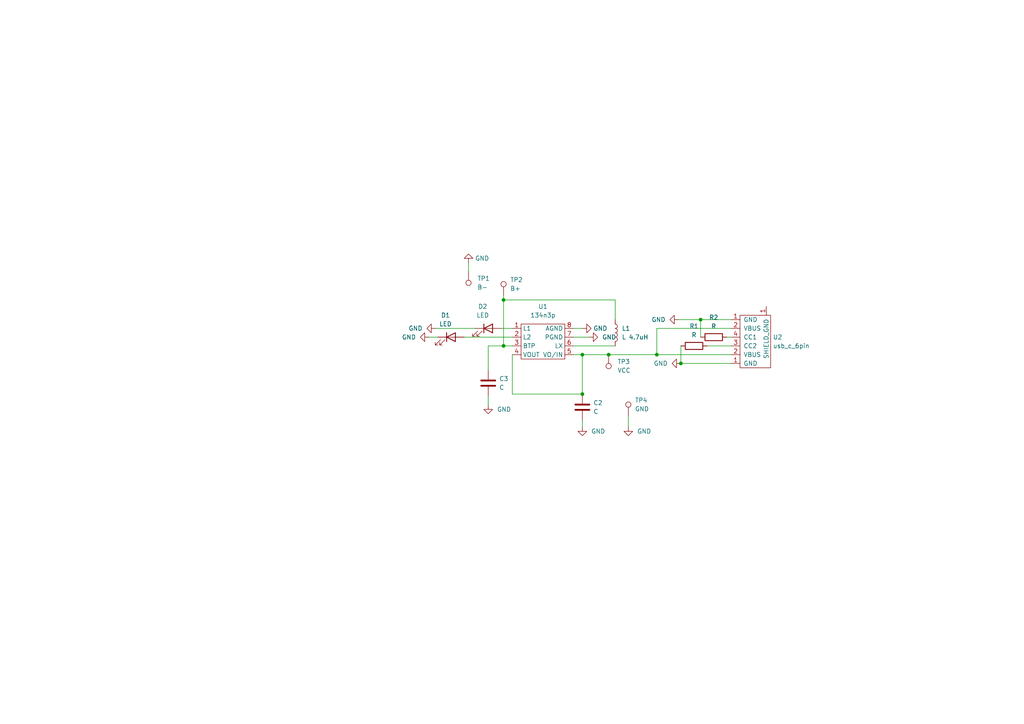
<source format=kicad_sch>
(kicad_sch (version 20211123) (generator eeschema)
  (paper "A4")
  (lib_symbols
    (symbol "134n3p:134n3p"
      (property "Reference" "U" (at 0 6.35 0))
      (property "Value" "134n3p" (at 0 8.89 0))
      (symbol "134n3p_0_1"
        (rectangle (start -6.35 5.08) (end 6.35 -5.08))
      )
      (symbol "134n3p_1_1"
        (pin output line (at -8.89 3.81 0) (length 2.54) (name "L1") (number "1"))
        (pin output line (at -8.89 1.27 0) (length 2.54) (name "L2") (number "2"))
        (pin input line (at -8.89 -1.27 0) (length 2.54) (name "BTP") (number "3"))
        (pin output line (at -8.89 -3.81 0) (length 2.54) (name "VOUT") (number "4"))
        (pin input line (at 8.89 -3.81 180) (length 2.54) (name "VO/IN") (number "5"))
        (pin output line (at 8.89 -1.27 180) (length 2.54) (name "LX") (number "6"))
        (pin output line (at 8.89 1.27 180) (length 2.54) (name "PGND") (number "7"))
        (pin output line (at 8.89 3.81 180) (length 2.54) (name "AGND") (number "8"))
      )
    )
    (symbol "Connector:TestPoint" (pin_numbers hide) (pin_names (offset 0.762) hide)
      (property "Reference" "TP" (at 0 6.858 0))
      (property "Value" "TestPoint" (at 0 5.08 0))
      (symbol "TestPoint_0_1"
        (circle (center 0 3.302) (radius 0.762))
      )
      (symbol "TestPoint_1_1"
        (pin passive line (at 0 0 90) (length 2.54) (name "1") (number "1"))
      )
    )
    (symbol "Device:C" (pin_numbers hide) (pin_names (offset 0.254))
      (property "Reference" "C" (at 0.635 2.54 0))
      (property "Value" "C" (at 0.635 -2.54 0))
      (symbol "C_0_1"
        (polyline (pts (xy -2.032 -0.762) (xy 2.032 -0.762)) (stroke (width 0.508)))
        (polyline (pts (xy -2.032 0.762) (xy 2.032 0.762)) (stroke (width 0.508)))
      )
      (symbol "C_1_1"
        (pin passive line (at 0 3.81 270) (length 2.794) (name "~") (number "1"))
        (pin passive line (at 0 -3.81 90) (length 2.794) (name "~") (number "2"))
      )
    )
    (symbol "Device:L" (pin_numbers hide) (pin_names (offset 1.016) hide)
      (property "Reference" "L" (at -1.27 0 90))
      (property "Value" "L" (at 1.905 0 90))
      (symbol "L_0_1"
        (arc (start 0 -2.54) (mid 0.635 -1.905) (end 0 -1.27))
        (arc (start 0 -1.27) (mid 0.635 -0.635) (end 0 0))
        (arc (start 0 0) (mid 0.635 0.635) (end 0 1.27))
        (arc (start 0 1.27) (mid 0.635 1.905) (end 0 2.54))
      )
      (symbol "L_1_1"
        (pin passive line (at 0 3.81 270) (length 1.27) (name "1") (number "1"))
        (pin passive line (at 0 -3.81 90) (length 1.27) (name "2") (number "2"))
      )
    )
    (symbol "Device:LED" (pin_numbers hide) (pin_names (offset 1.016) hide)
      (property "Reference" "D" (at 0 2.54 0))
      (property "Value" "LED" (at 0 -2.54 0))
      (symbol "LED_0_1"
        (polyline (pts (xy -1.27 -1.27) (xy -1.27 1.27)) (stroke (width 0.254)))
        (polyline (pts (xy -1.27 0) (xy 1.27 0)))
        (polyline (pts (xy 1.27 -1.27) (xy 1.27 1.27) (xy -1.27 0) (xy 1.27 -1.27)) (stroke (width 0.254)))
        (polyline (pts (xy -3.048 -0.762) (xy -4.572 -2.286) (xy -3.81 -2.286) (xy -4.572 -2.286) (xy -4.572 -1.524)))
        (polyline (pts (xy -1.778 -0.762) (xy -3.302 -2.286) (xy -2.54 -2.286) (xy -3.302 -2.286) (xy -3.302 -1.524)))
      )
      (symbol "LED_1_1"
        (pin passive line (at -3.81 0 0) (length 2.54) (name "K") (number "1"))
        (pin passive line (at 3.81 0 180) (length 2.54) (name "A") (number "2"))
      )
    )
    (symbol "Device:R" (pin_numbers hide) (pin_names (offset 0))
      (property "Reference" "R" (at 2.032 0 90))
      (property "Value" "R" (at 0 0 90))
      (symbol "R_0_1"
        (rectangle (start -1.016 -2.54) (end 1.016 2.54) (stroke (width 0.254)))
      )
      (symbol "R_1_1"
        (pin passive line (at 0 3.81 270) (length 1.27) (name "~") (number "1"))
        (pin passive line (at 0 -3.81 90) (length 1.27) (name "~") (number "2"))
      )
    )
    (symbol "power:GND" (power) (pin_names (offset 0))
      (property "Value" "GND" (at 0 -3.81 0))
      (symbol "GND_0_1"
        (polyline (pts (xy 0 0) (xy 0 -1.27) (xy 1.27 -1.27) (xy 0 -2.54) (xy -1.27 -1.27) (xy 0 -1.27)))
      )
      (symbol "GND_1_1"
        (pin power_in line (at 0 0 270) (length 0) hide (name "GND") (number "1"))
      )
    )
    (symbol "usb_c_6_pin:usb_c_6pin" (pin_names (offset 1.016))
      (property "Reference" "U" (at -8.89 -3.81 90))
      (property "Value" "usb_c_6pin" (at 0 -11.43 0))
      (symbol "usb_c_6pin_0_1"
        (rectangle (start -7.62 0) (end 7.62 -8.89))
      )
      (symbol "usb_c_6pin_1_1"
        (pin input line (at -6.35 2.54 270) (length 2.54) (name "GND") (number "1"))
        (pin input line (at 6.35 2.54 270) (length 2.54) (name "GND") (number "1"))
        (pin input line (at 10.16 -7.62 180) (length 2.54) (name "SHIELD_GND") (number "1"))
        (pin input line (at -3.81 2.54 270) (length 2.54) (name "VBUS") (number "2"))
        (pin input line (at 3.81 2.54 270) (length 2.54) (name "VBUS") (number "2"))
        (pin input line (at -1.27 2.54 270) (length 2.54) (name "CC2") (number "3"))
        (pin input line (at 1.27 2.54 270) (length 2.54) (name "CC1") (number "4"))
      )
    )
  )
  (junction (at 168.91 102.87))
  (junction (at 168.91 114.3))
  (junction (at 190.5 102.87))
  (junction (at 146.05 100.33))
  (junction (at 203.2 92.71))
  (junction (at 176.53 102.87))
  (junction (at 146.05 86.995))
  (junction (at 197.485 105.41))
  (wire (pts (xy 126.365 95.25) (xy 137.795 95.25)))
  (wire (pts (xy 148.59 100.33) (xy 146.05 100.33)))
  (wire (pts (xy 166.37 97.79) (xy 170.815 97.79)))
  (wire (pts (xy 190.5 95.25) (xy 190.5 102.87)))
  (wire (pts (xy 135.89 76.2) (xy 135.89 78.74)))
  (wire (pts (xy 178.435 86.995) (xy 146.05 86.995)))
  (wire (pts (xy 166.37 95.25) (xy 168.91 95.25)))
  (wire (pts (xy 148.59 114.3) (xy 168.91 114.3)))
  (wire (pts (xy 166.37 100.33) (xy 178.435 100.33)))
  (wire (pts (xy 145.415 95.25) (xy 148.59 95.25)))
  (wire (pts (xy 134.62 97.79) (xy 148.59 97.79)))
  (wire (pts (xy 166.37 102.87) (xy 168.91 102.87)))
  (wire (pts (xy 178.435 92.71) (xy 178.435 86.995)))
  (wire (pts (xy 182.245 120.65) (xy 182.245 123.825)))
  (wire (pts (xy 168.91 121.92) (xy 168.91 123.825)))
  (wire (pts (xy 205.105 100.33) (xy 212.09 100.33)))
  (wire (pts (xy 203.2 92.71) (xy 203.2 97.79)))
  (wire (pts (xy 146.05 86.995) (xy 146.05 100.33)))
  (wire (pts (xy 176.53 102.87) (xy 190.5 102.87)))
  (wire (pts (xy 141.605 114.935) (xy 141.605 117.475)))
  (wire (pts (xy 203.2 92.71) (xy 212.09 92.71)))
  (wire (pts (xy 168.91 102.87) (xy 176.53 102.87)))
  (wire (pts (xy 212.09 95.25) (xy 190.5 95.25)))
  (wire (pts (xy 190.5 102.87) (xy 212.09 102.87)))
  (wire (pts (xy 146.05 85.725) (xy 146.05 86.995)))
  (wire (pts (xy 210.82 97.79) (xy 212.09 97.79)))
  (wire (pts (xy 197.485 105.41) (xy 212.09 105.41)))
  (wire (pts (xy 141.605 100.33) (xy 146.05 100.33)))
  (wire (pts (xy 196.85 92.71) (xy 203.2 92.71)))
  (wire (pts (xy 148.59 102.87) (xy 148.59 114.3)))
  (wire (pts (xy 168.91 114.3) (xy 168.91 102.87)))
  (wire (pts (xy 124.46 97.79) (xy 127 97.79)))
  (wire (pts (xy 141.605 100.33) (xy 141.605 107.315)))
  (wire (pts (xy 197.485 100.33) (xy 197.485 105.41)))
  (symbol (lib_id "Connector:TestPoint") (at 176.53 102.87 180) (unit 1)
    (property "Reference" "TP3" (at 179.07 104.9019 0) (effects (justify right)))
    (property "Value" "VCC" (at 179.07 107.4419 0) (effects (justify right)))
    (property "Footprint" "custom_connectors:1mm_test_point_square" (effects hide))
  )
  (symbol (lib_id "power:GND") (at 170.815 97.79 90) (unit 1)
    (property "Reference" "#PWR0110" (effects hide))
    (property "Value" "GND" (at 174.625 97.7899 90) (effects (justify right)))
  )
  (symbol (lib_id "power:GND") (at 168.91 95.25 90) (unit 1)
    (property "Reference" "#PWR0109" (effects hide))
    (property "Value" "GND" (at 172.085 95.2499 90) (effects (justify right)))
  )
  (symbol (lib_id "Device:C") (at 168.91 118.11 180) (unit 1)
    (property "Reference" "C2" (at 172.085 116.8399 0) (effects (justify right)))
    (property "Value" "C" (at 172.085 119.3799 0) (effects (justify right)))
    (property "Footprint" "Capacitor_SMD:C_0603_1608Metric_Pad1.08x0.95mm_HandSolder" (effects hide))
  )
  (symbol (lib_id "Connector:TestPoint") (at 135.89 78.74 180) (unit 1)
    (property "Reference" "TP1" (at 138.43 80.7719 0) (effects (justify right)))
    (property "Value" "B-" (at 138.43 83.3119 0) (effects (justify right)))
    (property "Footprint" "custom_connectors:1mm_test_point_square" (effects hide))
  )
  (symbol (lib_id "134n3p:134n3p") (at 157.48 99.06 0) (unit 1)
    (property "Reference" "U1" (at 157.48 88.9 0))
    (property "Value" "134n3p" (at 157.48 91.44 0))
    (property "Footprint" "Package_SO:SOIC-8_3.9x4.9mm_P1.27mm" (effects hide))
  )
  (symbol (lib_id "usb_c_6_pin:usb_c_6pin") (at 214.63 99.06 90) (unit 1)
    (property "Reference" "U2" (at 224.155 97.7899 90) (effects (justify right)))
    (property "Value" "usb_c_6pin" (at 224.155 100.3299 90) (effects (justify right)))
    (property "Footprint" "usb_custom:USB_C_6PIN_custom" (effects hide))
  )
  (symbol (lib_id "Connector:TestPoint") (at 182.245 120.65 0) (unit 1)
    (property "Reference" "TP4" (at 184.15 116.0779 0) (effects (justify left)))
    (property "Value" "GND" (at 184.15 118.6179 0) (effects (justify left)))
    (property "Footprint" "custom_connectors:1mm_test_point_square" (effects hide))
  )
  (symbol (lib_id "power:GND") (at 168.91 123.825 0) (unit 1)
    (property "Reference" "#PWR0104" (effects hide))
    (property "Value" "GND" (at 171.45 125.0949 0) (effects (justify left)))
  )
  (symbol (lib_id "Device:C") (at 141.605 111.125 0) (unit 1)
    (property "Reference" "C3" (at 144.78 109.8549 0) (effects (justify left)))
    (property "Value" "C" (at 144.78 112.3949 0) (effects (justify left)))
    (property "Footprint" "Capacitor_SMD:C_0603_1608Metric_Pad1.08x0.95mm_HandSolder" (effects hide))
  )
  (symbol (lib_id "power:GND") (at 126.365 95.25 270) (unit 1)
    (property "Reference" "#PWR0106" (effects hide))
    (property "Value" "GND" (at 122.555 95.2499 90) (effects (justify right)))
  )
  (symbol (lib_id "power:GND") (at 197.485 105.41 270) (unit 1)
    (property "Reference" "#PWR0102" (effects hide))
    (property "Value" "GND" (at 193.675 105.4099 90) (effects (justify right)))
  )
  (symbol (lib_id "Device:R") (at 207.01 97.79 90) (unit 1)
    (property "Reference" "R2" (at 207.01 92.075 90))
    (property "Value" "R" (at 207.01 94.615 90))
    (property "Footprint" "Resistor_SMD:R_0603_1608Metric_Pad0.98x0.95mm_HandSolder" (effects hide))
  )
  (symbol (lib_id "power:GND") (at 141.605 117.475 0) (unit 1)
    (property "Reference" "#PWR0107" (effects hide))
    (property "Value" "GND" (at 144.145 118.7449 0) (effects (justify left)))
  )
  (symbol (lib_id "power:GND") (at 124.46 97.79 270) (unit 1)
    (property "Reference" "#PWR0105" (effects hide))
    (property "Value" "GND" (at 120.65 97.7899 90) (effects (justify right)))
  )
  (symbol (lib_id "power:GND") (at 196.85 92.71 270) (unit 1)
    (property "Reference" "#PWR0101" (effects hide))
    (property "Value" "GND" (at 193.04 92.7099 90) (effects (justify right)))
  )
  (symbol (lib_id "Device:LED") (at 130.81 97.79 0) (unit 1)
    (property "Reference" "D1" (at 129.2225 91.44 0))
    (property "Value" "LED" (at 129.2225 93.98 0))
    (property "Footprint" "LED_SMD:LED_0603_1608Metric_Pad1.05x0.95mm_HandSolder" (effects hide))
  )
  (symbol (lib_id "power:GND") (at 182.245 123.825 0) (unit 1)
    (property "Reference" "#PWR0103" (effects hide))
    (property "Value" "GND" (at 184.785 125.0949 0) (effects (justify left)))
  )
  (symbol (lib_id "Device:L") (at 178.435 96.52 0) (unit 1)
    (property "Reference" "L1" (at 180.34 95.2499 0) (effects (justify left)))
    (property "Value" "L 4.7uH" (at 180.34 97.7899 0) (effects (justify left)))
    (property "Footprint" "Inductor_SMD:L_1812_4532Metric_Pad1.30x3.40mm_HandSolder" (effects hide))
  )
  (symbol (lib_id "Device:LED") (at 141.605 95.25 0) (unit 1)
    (property "Reference" "D2" (at 140.0175 88.9 0))
    (property "Value" "LED" (at 140.0175 91.44 0))
    (property "Footprint" "LED_SMD:LED_0603_1608Metric_Pad1.05x0.95mm_HandSolder" (effects hide))
  )
  (symbol (lib_id "Device:R") (at 201.295 100.33 90) (unit 1)
    (property "Reference" "R1" (at 201.295 94.615 90))
    (property "Value" "R" (at 201.295 97.155 90))
    (property "Footprint" "Resistor_SMD:R_0603_1608Metric_Pad0.98x0.95mm_HandSolder" (effects hide))
  )
  (symbol (lib_id "power:GND") (at 135.89 76.2 180) (unit 1)
    (property "Reference" "#PWR0108" (effects hide))
    (property "Value" "GND" (at 137.795 74.9299 0) (effects (justify right)))
  )
  (symbol (lib_id "Connector:TestPoint") (at 146.05 85.725 0) (unit 1)
    (property "Reference" "TP2" (at 147.955 81.1529 0) (effects (justify left)))
    (property "Value" "B+" (at 147.955 83.6929 0) (effects (justify left)))
    (property "Footprint" "custom_connectors:1mm_test_point_square" (effects hide))
  )
)
</source>
